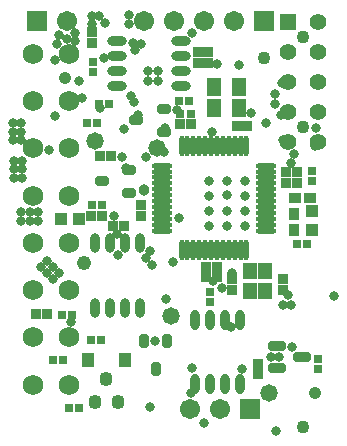
<source format=gbr>
%TF.GenerationSoftware,Altium Limited,Altium Designer,20.2.5 (213)*%
G04 Layer_Color=16711935*
%FSLAX25Y25*%
%MOIN*%
%TF.SameCoordinates,C9AA4840-3426-47ED-90B3-6D3E683A03ED*%
%TF.FilePolarity,Negative*%
%TF.FileFunction,Soldermask,Bot*%
%TF.Part,Single*%
G01*
G75*
%TA.AperFunction,SMDPad,CuDef*%
%ADD83R,0.04343X0.04540*%
%ADD84O,0.06706X0.01902*%
%ADD85O,0.01902X0.06706*%
G04:AMPARAMS|DCode=86|XSize=33.59mil|YSize=45.4mil|CornerRadius=10.4mil|HoleSize=0mil|Usage=FLASHONLY|Rotation=180.000|XOffset=0mil|YOffset=0mil|HoleType=Round|Shape=RoundedRectangle|*
%AMROUNDEDRECTD86*
21,1,0.03359,0.02461,0,0,180.0*
21,1,0.01280,0.04540,0,0,180.0*
1,1,0.02080,-0.00640,0.01230*
1,1,0.02080,0.00640,0.01230*
1,1,0.02080,0.00640,-0.01230*
1,1,0.02080,-0.00640,-0.01230*
%
%ADD86ROUNDEDRECTD86*%
G04:AMPARAMS|DCode=87|XSize=31.62mil|YSize=59.18mil|CornerRadius=6.36mil|HoleSize=0mil|Usage=FLASHONLY|Rotation=270.000|XOffset=0mil|YOffset=0mil|HoleType=Round|Shape=RoundedRectangle|*
%AMROUNDEDRECTD87*
21,1,0.03162,0.04646,0,0,270.0*
21,1,0.01890,0.05918,0,0,270.0*
1,1,0.01272,-0.02323,-0.00945*
1,1,0.01272,-0.02323,0.00945*
1,1,0.01272,0.02323,0.00945*
1,1,0.01272,0.02323,-0.00945*
%
%ADD87ROUNDEDRECTD87*%
G04:AMPARAMS|DCode=88|XSize=39.5mil|YSize=43.43mil|CornerRadius=11.87mil|HoleSize=0mil|Usage=FLASHONLY|Rotation=0.000|XOffset=0mil|YOffset=0mil|HoleType=Round|Shape=RoundedRectangle|*
%AMROUNDEDRECTD88*
21,1,0.03950,0.01968,0,0,0.0*
21,1,0.01575,0.04343,0,0,0.0*
1,1,0.02375,0.00787,-0.00984*
1,1,0.02375,-0.00787,-0.00984*
1,1,0.02375,-0.00787,0.00984*
1,1,0.02375,0.00787,0.00984*
%
%ADD88ROUNDEDRECTD88*%
%ADD89O,0.06509X0.03162*%
%ADD90O,0.03162X0.06706*%
%ADD91R,0.04737X0.06115*%
%ADD92R,0.04737X0.06115*%
%ADD93R,0.05524X0.05524*%
%TA.AperFunction,BGAPad,CuDef*%
%ADD94C,0.05524*%
%TA.AperFunction,SMDPad,CuDef*%
%ADD95R,0.04737X0.05524*%
%ADD96R,0.03477X0.03320*%
%ADD97R,0.03950X0.03556*%
%ADD98R,0.03950X0.03950*%
%ADD99R,0.04147X0.04343*%
%ADD100R,0.03320X0.03477*%
%ADD101O,0.03162X0.06509*%
%ADD102R,0.03162X0.02965*%
G04:AMPARAMS|DCode=103|XSize=33.59mil|YSize=45.4mil|CornerRadius=10.4mil|HoleSize=0mil|Usage=FLASHONLY|Rotation=90.000|XOffset=0mil|YOffset=0mil|HoleType=Round|Shape=RoundedRectangle|*
%AMROUNDEDRECTD103*
21,1,0.03359,0.02461,0,0,90.0*
21,1,0.01280,0.04540,0,0,90.0*
1,1,0.02080,0.01230,0.00640*
1,1,0.02080,0.01230,-0.00640*
1,1,0.02080,-0.01230,-0.00640*
1,1,0.02080,-0.01230,0.00640*
%
%ADD103ROUNDEDRECTD103*%
%ADD104R,0.02965X0.03162*%
%ADD105R,0.03556X0.03950*%
%ADD106C,0.05800*%
%ADD107C,0.04800*%
%ADD108C,0.03800*%
%TA.AperFunction,ComponentPad*%
%ADD109C,0.06800*%
%ADD110R,0.06706X0.06706*%
%ADD111C,0.06706*%
%TA.AperFunction,ViaPad*%
%ADD112C,0.04343*%
%ADD113C,0.03162*%
%ADD114C,0.03200*%
%ADD115C,0.04147*%
D83*
X26499Y26000D02*
D03*
X38901D02*
D03*
D84*
X51179Y90727D02*
D03*
Y88758D02*
D03*
Y86790D02*
D03*
Y84821D02*
D03*
Y82853D02*
D03*
Y80884D02*
D03*
Y78916D02*
D03*
Y76947D02*
D03*
Y74979D02*
D03*
Y73010D02*
D03*
Y71042D02*
D03*
Y69073D02*
D03*
X86021D02*
D03*
Y71042D02*
D03*
Y73010D02*
D03*
Y74979D02*
D03*
Y76947D02*
D03*
Y78916D02*
D03*
Y80884D02*
D03*
Y82853D02*
D03*
Y84821D02*
D03*
Y86790D02*
D03*
Y88758D02*
D03*
Y90727D02*
D03*
D85*
X57773Y62479D02*
D03*
X59742D02*
D03*
X61710D02*
D03*
X63679D02*
D03*
X65647D02*
D03*
X67616D02*
D03*
X69584D02*
D03*
X71553D02*
D03*
X73521D02*
D03*
X75490D02*
D03*
X77458D02*
D03*
X79427D02*
D03*
Y97321D02*
D03*
X77458D02*
D03*
X75490D02*
D03*
X73521D02*
D03*
X71553D02*
D03*
X69584D02*
D03*
X67616D02*
D03*
X65647D02*
D03*
X63679D02*
D03*
X61710D02*
D03*
X59742D02*
D03*
X57773D02*
D03*
D86*
X45429Y32226D02*
D03*
X52910D02*
D03*
X49169Y22974D02*
D03*
D87*
X97832Y26867D02*
D03*
X89564Y30608D02*
D03*
Y23127D02*
D03*
D88*
X36440Y11863D02*
D03*
X32700Y19737D02*
D03*
X28960Y11863D02*
D03*
D89*
X57728Y132200D02*
D03*
Y127200D02*
D03*
Y122200D02*
D03*
Y117200D02*
D03*
X36272Y132200D02*
D03*
Y127200D02*
D03*
Y122200D02*
D03*
Y117200D02*
D03*
D90*
X77200Y18061D02*
D03*
X72200D02*
D03*
X67200D02*
D03*
X62200D02*
D03*
X77200Y39321D02*
D03*
X72200D02*
D03*
X67200D02*
D03*
X62200D02*
D03*
D91*
X76843Y117100D02*
D03*
D92*
X68757D02*
D03*
X76843Y109900D02*
D03*
X68757D02*
D03*
D93*
X93400Y138500D02*
D03*
D94*
X103400D02*
D03*
Y128500D02*
D03*
X93400D02*
D03*
Y118500D02*
D03*
X103400D02*
D03*
X93400Y108500D02*
D03*
X103400D02*
D03*
X93400Y98500D02*
D03*
X103400D02*
D03*
D95*
X85560Y55549D02*
D03*
X80441D02*
D03*
X85560Y48856D02*
D03*
X80441D02*
D03*
D96*
X30728Y94100D02*
D03*
X34272D02*
D03*
X96172Y84900D02*
D03*
X92628D02*
D03*
X79672Y103800D02*
D03*
X76128D02*
D03*
X9228Y41300D02*
D03*
X12772D02*
D03*
X27761Y73960D02*
D03*
X31305D02*
D03*
X63100Y124800D02*
D03*
X66643D02*
D03*
X92628Y88700D02*
D03*
X96172D02*
D03*
X60872Y104500D02*
D03*
X57328D02*
D03*
X66643Y128500D02*
D03*
X63100D02*
D03*
X35028Y70700D02*
D03*
X38572D02*
D03*
D97*
X100707Y79977D02*
D03*
X95589D02*
D03*
D98*
X101400Y75550D02*
D03*
Y69250D02*
D03*
D99*
X23732Y72952D02*
D03*
X17629D02*
D03*
D100*
X69700Y53528D02*
D03*
Y57072D02*
D03*
X27800Y131728D02*
D03*
Y135272D02*
D03*
X65900Y53528D02*
D03*
Y57072D02*
D03*
X44200Y74028D02*
D03*
Y77572D02*
D03*
X91600Y52972D02*
D03*
Y49428D02*
D03*
X74435Y49428D02*
D03*
Y52972D02*
D03*
X83100Y21228D02*
D03*
Y24772D02*
D03*
D101*
X29000Y64860D02*
D03*
X34000D02*
D03*
X39000D02*
D03*
X44000D02*
D03*
X29000Y43403D02*
D03*
X34000D02*
D03*
X39000D02*
D03*
X44000D02*
D03*
D102*
X21273Y41100D02*
D03*
X17927D02*
D03*
X28027Y77600D02*
D03*
X31373D02*
D03*
X33473Y111400D02*
D03*
X30127D02*
D03*
X26327Y104900D02*
D03*
X29673D02*
D03*
X30873Y32600D02*
D03*
X27527D02*
D03*
X18173Y25900D02*
D03*
X14827D02*
D03*
X20327Y10100D02*
D03*
X23673D02*
D03*
X57027Y112400D02*
D03*
X60373D02*
D03*
X60773Y108100D02*
D03*
X57427D02*
D03*
X96127Y64500D02*
D03*
X99473D02*
D03*
D103*
X42574Y105800D02*
D03*
X51826Y102060D02*
D03*
Y109540D02*
D03*
X31174Y85500D02*
D03*
X40426Y81760D02*
D03*
Y89240D02*
D03*
D104*
X67100Y45327D02*
D03*
Y48673D02*
D03*
X28179Y125400D02*
D03*
Y122054D02*
D03*
X103400Y26273D02*
D03*
Y22927D02*
D03*
X101100Y85595D02*
D03*
Y88942D02*
D03*
D105*
X95300Y69337D02*
D03*
Y74455D02*
D03*
D106*
X49700Y96700D02*
D03*
X54200Y40700D02*
D03*
X28900Y99000D02*
D03*
X86800Y14900D02*
D03*
D107*
X25100Y58200D02*
D03*
D108*
X45400Y82696D02*
D03*
D109*
X20125Y127976D02*
D03*
Y112228D02*
D03*
Y96480D02*
D03*
Y80732D02*
D03*
Y64984D02*
D03*
Y49236D02*
D03*
Y33488D02*
D03*
Y17740D02*
D03*
X8314Y127976D02*
D03*
Y112228D02*
D03*
Y96480D02*
D03*
Y80732D02*
D03*
Y64984D02*
D03*
Y49236D02*
D03*
Y33488D02*
D03*
Y17740D02*
D03*
D110*
X85400Y138800D02*
D03*
X80600Y9600D02*
D03*
X9500Y138800D02*
D03*
D111*
X75400D02*
D03*
X65400D02*
D03*
X55400D02*
D03*
X45400D02*
D03*
X70600Y9600D02*
D03*
X60600D02*
D03*
X19500Y138800D02*
D03*
D112*
X85293Y126597D02*
D03*
X98400Y3703D02*
D03*
Y103500D02*
D03*
Y133500D02*
D03*
D113*
X47300Y62300D02*
D03*
X36100Y67800D02*
D03*
X35100Y73800D02*
D03*
X45946Y59970D02*
D03*
X61274Y23312D02*
D03*
X94515Y30317D02*
D03*
X90300Y26900D02*
D03*
X87500D02*
D03*
X91644Y44394D02*
D03*
X93120Y47460D02*
D03*
X94400Y44394D02*
D03*
X49000Y32200D02*
D03*
X47100Y10131D02*
D03*
X60916Y15006D02*
D03*
X74302Y36935D02*
D03*
X74435Y54940D02*
D03*
X68100Y52300D02*
D03*
X71300Y50000D02*
D03*
X52542Y46116D02*
D03*
X77829Y22936D02*
D03*
X1600Y102100D02*
D03*
X4200Y104938D02*
D03*
X1600D02*
D03*
X4200Y102100D02*
D03*
X1600Y99262D02*
D03*
X4200D02*
D03*
X4600Y86724D02*
D03*
X2000D02*
D03*
X10000Y72200D02*
D03*
X7200D02*
D03*
Y75300D02*
D03*
X4300D02*
D03*
X15000Y57000D02*
D03*
X11000D02*
D03*
X17000Y55000D02*
D03*
X54960Y58593D02*
D03*
X89100Y2400D02*
D03*
X72900Y85600D02*
D03*
X15687Y107281D02*
D03*
X36500Y60832D02*
D03*
X102600Y103200D02*
D03*
X48020Y57759D02*
D03*
X68094Y102006D02*
D03*
X94400Y91688D02*
D03*
X95303Y94509D02*
D03*
X49800Y122300D02*
D03*
Y118800D02*
D03*
X13730Y96000D02*
D03*
X45945Y93455D02*
D03*
X78900Y75533D02*
D03*
X37900Y93500D02*
D03*
X52200Y103300D02*
D03*
X16100Y131400D02*
D03*
X13000Y55000D02*
D03*
X91300Y118300D02*
D03*
X102300Y97300D02*
D03*
X91600Y99381D02*
D03*
X30500Y109900D02*
D03*
X46675Y122300D02*
D03*
Y118800D02*
D03*
X20844Y38452D02*
D03*
X56200Y109400D02*
D03*
X61300Y134900D02*
D03*
X40300Y140900D02*
D03*
X72900Y81000D02*
D03*
X101600Y69050D02*
D03*
X65400Y4800D02*
D03*
X89000Y114700D02*
D03*
Y111200D02*
D03*
X56981Y73283D02*
D03*
X78900Y85600D02*
D03*
X78898Y80681D02*
D03*
X66900D02*
D03*
Y75533D02*
D03*
X72900D02*
D03*
X66900Y85600D02*
D03*
X41700Y131593D02*
D03*
X42400Y129300D02*
D03*
X31914Y126744D02*
D03*
X15700Y126000D02*
D03*
X27800Y140500D02*
D03*
X30300D02*
D03*
X32100Y138216D02*
D03*
X80800Y108200D02*
D03*
X72900Y70500D02*
D03*
X44200Y131300D02*
D03*
X40300Y138100D02*
D03*
X27800D02*
D03*
X22400Y132200D02*
D03*
Y134800D02*
D03*
X19500Y133100D02*
D03*
X17000Y134400D02*
D03*
X23700Y119001D02*
D03*
X24700Y113300D02*
D03*
X76800Y124200D02*
D03*
X69548Y124680D02*
D03*
X86000Y104800D02*
D03*
X38700Y103000D02*
D03*
X43200Y107600D02*
D03*
X66900Y70500D02*
D03*
X78900D02*
D03*
X4600Y89562D02*
D03*
X2000Y92400D02*
D03*
X4600D02*
D03*
X2000Y89562D02*
D03*
X4300Y72200D02*
D03*
X10000Y75300D02*
D03*
X51919Y95220D02*
D03*
X13000Y59000D02*
D03*
X15000Y53000D02*
D03*
X101203Y75747D02*
D03*
X91000Y107700D02*
D03*
X108600Y47400D02*
D03*
D114*
X39367Y89898D02*
D03*
X40970Y114028D02*
D03*
X42058Y111828D02*
D03*
D115*
X102100Y15000D02*
D03*
X18800Y120095D02*
D03*
%TF.MD5,f8a1d075cf0becce27c478bfbf4a6c3b*%
M02*

</source>
